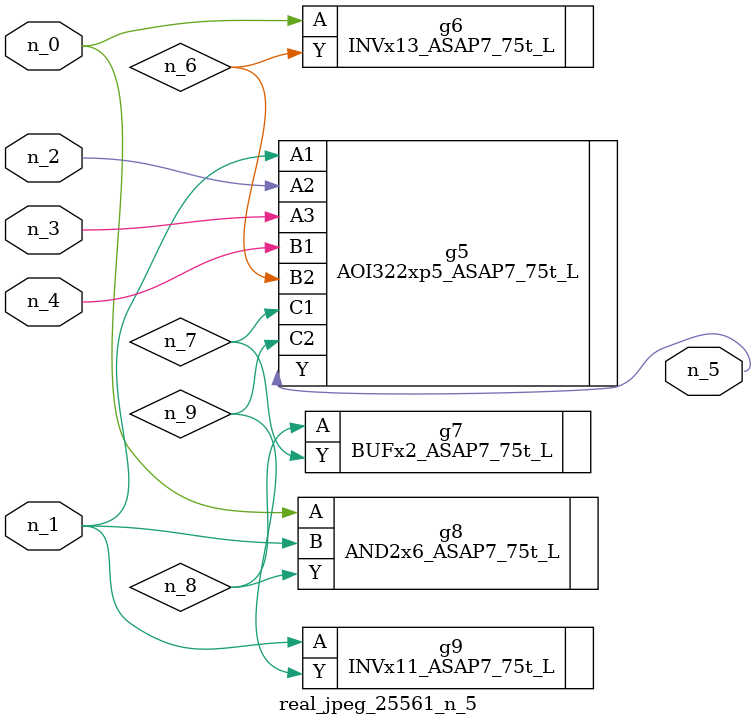
<source format=v>
module real_jpeg_25561_n_5 (n_4, n_0, n_1, n_2, n_3, n_5);

input n_4;
input n_0;
input n_1;
input n_2;
input n_3;

output n_5;

wire n_8;
wire n_6;
wire n_7;
wire n_9;

INVx13_ASAP7_75t_L g6 ( 
.A(n_0),
.Y(n_6)
);

AND2x6_ASAP7_75t_L g8 ( 
.A(n_0),
.B(n_1),
.Y(n_8)
);

AOI322xp5_ASAP7_75t_L g5 ( 
.A1(n_1),
.A2(n_2),
.A3(n_3),
.B1(n_4),
.B2(n_6),
.C1(n_7),
.C2(n_9),
.Y(n_5)
);

INVx11_ASAP7_75t_L g9 ( 
.A(n_1),
.Y(n_9)
);

BUFx2_ASAP7_75t_L g7 ( 
.A(n_8),
.Y(n_7)
);


endmodule
</source>
